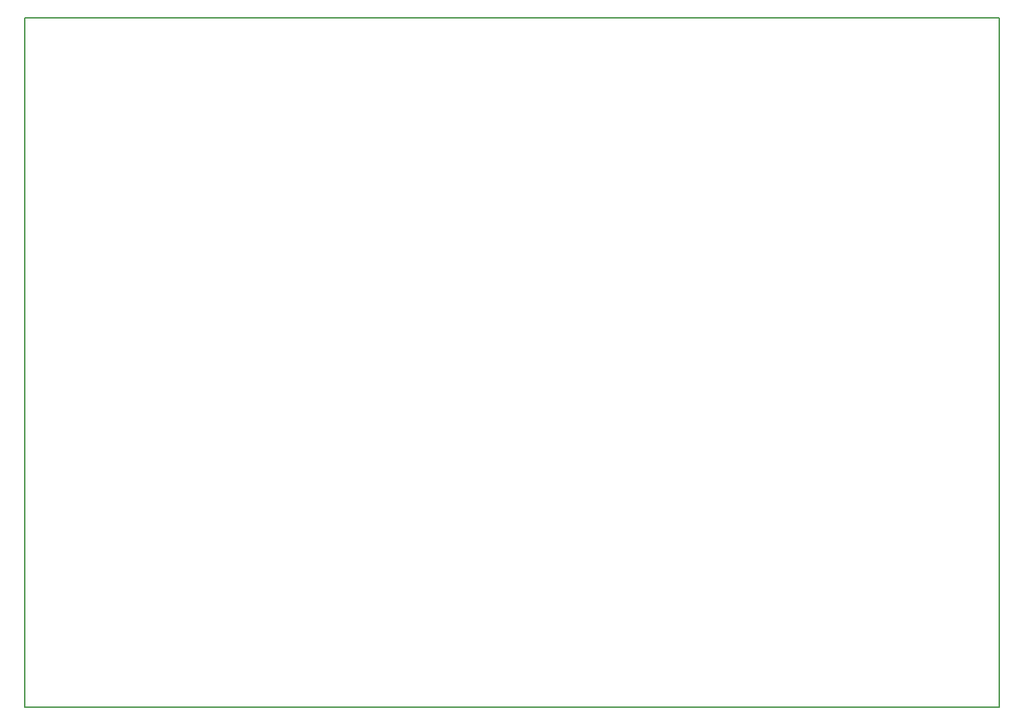
<source format=gm1>
G04 #@! TF.FileFunction,Profile,NP*
%FSLAX46Y46*%
G04 Gerber Fmt 4.6, Leading zero omitted, Abs format (unit mm)*
G04 Created by KiCad (PCBNEW 4.0.0-stable) date Thursday, 26 May 2016 'pmt' 07:34:14 pm*
%MOMM*%
G01*
G04 APERTURE LIST*
%ADD10C,0.100000*%
%ADD11C,0.150000*%
G04 APERTURE END LIST*
D10*
D11*
X230000000Y-140000000D02*
X110000000Y-140000000D01*
X110000000Y-55000000D02*
X110000000Y-140000000D01*
X230000000Y-55000000D02*
X230000000Y-140000000D01*
X230000000Y-55000000D02*
X110000000Y-55000000D01*
M02*

</source>
